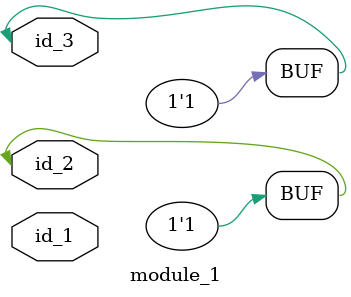
<source format=v>
module module_0 (
    id_1,
    id_2,
    id_3,
    id_4,
    id_5,
    id_6,
    id_7,
    id_8,
    id_9,
    id_10,
    id_11,
    id_12,
    id_13,
    id_14,
    id_15,
    id_16,
    id_17,
    id_18,
    id_19,
    id_20,
    id_21,
    id_22,
    id_23,
    id_24,
    id_25,
    id_26,
    id_27,
    id_28,
    id_29
);
  output wire id_29;
  inout wire id_28;
  output wire id_27;
  input wire id_26;
  inout wire id_25;
  inout wire id_24;
  input wire id_23;
  input wire id_22;
  inout wire id_21;
  inout wire id_20;
  inout wire id_19;
  output wire id_18;
  output wire id_17;
  input wire id_16;
  output wire id_15;
  output wire id_14;
  output wire id_13;
  input wire id_12;
  input wire id_11;
  inout wire id_10;
  inout wire id_9;
  output wire id_8;
  inout wire id_7;
  input wire id_6;
  inout wire id_5;
  input wire id_4;
  inout wire id_3;
  input wire id_2;
  input wire id_1;
  wire id_30;
  assign id_20 = 1;
endmodule
module module_1 (
    id_1,
    id_2,
    id_3
);
  inout wire id_3;
  inout wire id_2;
  input wire id_1;
  assign id_3 = 1;
  assign id_2[1'b0] = 1;
  module_0 modCall_1 (
      id_3,
      id_3,
      id_3,
      id_1,
      id_3,
      id_1,
      id_3,
      id_3,
      id_3,
      id_3,
      id_3,
      id_1,
      id_3,
      id_3,
      id_3,
      id_1,
      id_3,
      id_3,
      id_3,
      id_3,
      id_3,
      id_1,
      id_3,
      id_3,
      id_3,
      id_1,
      id_3,
      id_3,
      id_3
  );
endmodule

</source>
